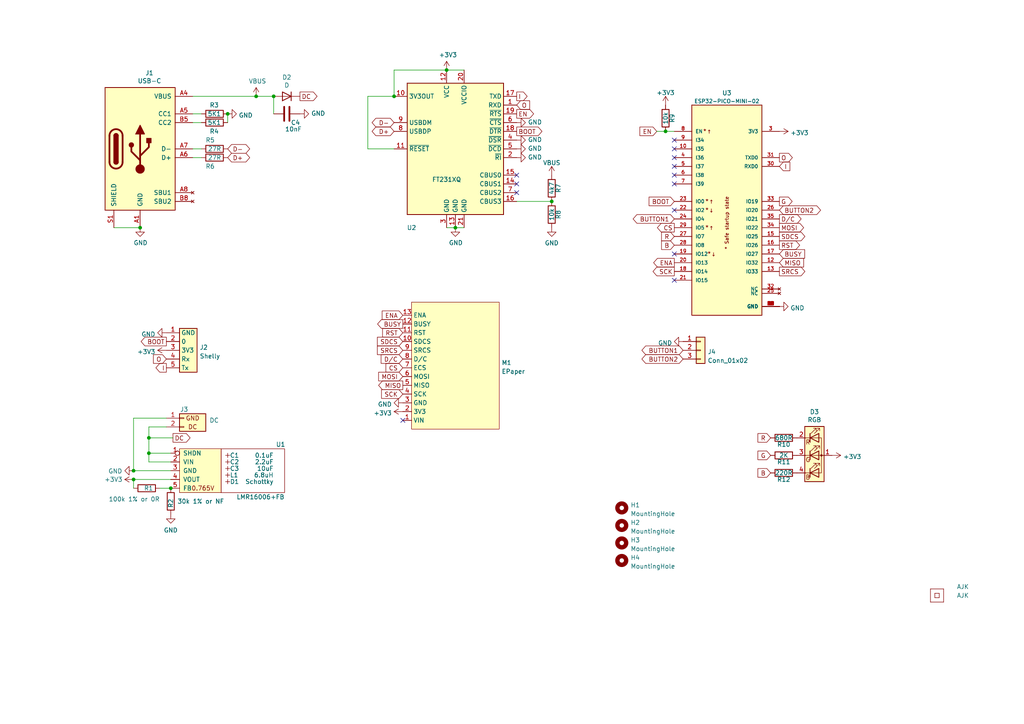
<source format=kicad_sch>
(kicad_sch (version 20211123) (generator eeschema)
  (paper "A4")
  (title_block (title "1.54\" epaper display board") (date "${DATE}") (rev "1") (company "Adrian Kennard / Andrews & Arnold Ltd") (comment 1 "@TheRealRevK") (comment 2 "www.me.uk"))
  (lib_symbols
    (symbol "Connector_Generic:Conn_01x03" (pin_names (offset 1.016) hide)
      (property "Reference" "J" (at 0 5.08 0))
      (property "Value" "Conn_01x03" (at 0 -5.08 0))
      (symbol "Conn_01x03_1_1"
        (rectangle (start -1.27 -2.413) (end 0 -2.667) (stroke (width 0.1524)))
        (rectangle (start -1.27 0.127) (end 0 -0.127) (stroke (width 0.1524)))
        (rectangle (start -1.27 2.667) (end 0 2.413) (stroke (width 0.1524)))
        (rectangle (start -1.27 3.81) (end 1.27 -3.81) (stroke (width 0.254)) (fill (type background)))
        (pin passive line (at -5.08 2.54 0) (length 3.81) (name "Pin_1") (number "1"))
        (pin passive line (at -5.08 0 0) (length 3.81) (name "Pin_2") (number "2"))
        (pin passive line (at -5.08 -2.54 0) (length 3.81) (name "Pin_3") (number "3"))
      )
    )
    (symbol "Device:C" (pin_numbers hide) (pin_names (offset 0.254))
      (property "Reference" "C" (at 0.635 2.54 0))
      (property "Value" "C" (at 0.635 -2.54 0))
      (symbol "C_0_1"
        (polyline (pts (xy -2.032 -0.762) (xy 2.032 -0.762)) (stroke (width 0.508)))
        (polyline (pts (xy -2.032 0.762) (xy 2.032 0.762)) (stroke (width 0.508)))
      )
      (symbol "C_1_1"
        (pin passive line (at 0 3.81 270) (length 2.794) (name "~") (number "1"))
        (pin passive line (at 0 -3.81 90) (length 2.794) (name "~") (number "2"))
      )
    )
    (symbol "Device:D" (pin_numbers hide) (pin_names (offset 1.016) hide)
      (property "Reference" "D" (at 0 2.54 0))
      (property "Value" "D" (at 0 -2.54 0))
      (symbol "D_0_1"
        (polyline (pts (xy -1.27 1.27) (xy -1.27 -1.27)) (stroke (width 0.254)))
        (polyline (pts (xy 1.27 0) (xy -1.27 0)))
        (polyline (pts (xy 1.27 1.27) (xy 1.27 -1.27) (xy -1.27 0) (xy 1.27 1.27)) (stroke (width 0.254)))
      )
      (symbol "D_1_1"
        (pin passive line (at -3.81 0 0) (length 2.54) (name "K") (number "1"))
        (pin passive line (at 3.81 0 180) (length 2.54) (name "A") (number "2"))
      )
    )
    (symbol "Device:LED_ARGB" (pin_names (offset 0) hide)
      (property "Reference" "D" (at 0 9.398 0))
      (property "Value" "LED_ARGB" (at 0 -8.89 0))
      (symbol "LED_ARGB_0_0"
        (text "B" (at -1.905 -6.35 0) (effects (font (size 1.27 1.27))))
        (text "G" (at -1.905 -1.27 0) (effects (font (size 1.27 1.27))))
        (text "R" (at -1.905 3.81 0) (effects (font (size 1.27 1.27))))
      )
      (symbol "LED_ARGB_0_1"
        (polyline (pts (xy -1.27 -5.08) (xy -2.54 -5.08)))
        (polyline (pts (xy -1.27 -5.08) (xy 1.27 -5.08)))
        (polyline (pts (xy -1.27 -3.81) (xy -1.27 -6.35)) (stroke (width 0.254)))
        (polyline (pts (xy -1.27 0) (xy -2.54 0)))
        (polyline (pts (xy -1.27 1.27) (xy -1.27 -1.27)) (stroke (width 0.254)))
        (polyline (pts (xy -1.27 5.08) (xy -2.54 5.08)))
        (polyline (pts (xy -1.27 5.08) (xy 1.27 5.08)))
        (polyline (pts (xy -1.27 6.35) (xy -1.27 3.81)) (stroke (width 0.254)))
        (polyline (pts (xy 1.27 0) (xy -1.27 0)))
        (polyline (pts (xy 1.27 0) (xy 2.54 0)))
        (polyline (pts (xy -1.27 1.27) (xy -1.27 -1.27) (xy -1.27 -1.27)))
        (polyline (pts (xy -1.27 6.35) (xy -1.27 3.81) (xy -1.27 3.81)))
        (polyline (pts (xy 1.27 -5.08) (xy 2.032 -5.08) (xy 2.032 5.08) (xy 1.27 5.08)))
        (polyline (pts (xy 1.27 -3.81) (xy 1.27 -6.35) (xy -1.27 -5.08) (xy 1.27 -3.81)) (stroke (width 0.254)))
        (polyline (pts (xy 1.27 1.27) (xy 1.27 -1.27) (xy -1.27 0) (xy 1.27 1.27)) (stroke (width 0.254)))
        (polyline (pts (xy 1.27 6.35) (xy 1.27 3.81) (xy -1.27 5.08) (xy 1.27 6.35)) (stroke (width 0.254)))
        (polyline (pts (xy -1.016 -3.81) (xy 0.508 -2.286) (xy -0.254 -2.286) (xy 0.508 -2.286) (xy 0.508 -3.048)))
        (polyline (pts (xy -1.016 1.27) (xy 0.508 2.794) (xy -0.254 2.794) (xy 0.508 2.794) (xy 0.508 2.032)))
        (polyline (pts (xy -1.016 6.35) (xy 0.508 7.874) (xy -0.254 7.874) (xy 0.508 7.874) (xy 0.508 7.112)))
        (polyline (pts (xy 0 -3.81) (xy 1.524 -2.286) (xy 0.762 -2.286) (xy 1.524 -2.286) (xy 1.524 -3.048)))
        (polyline (pts (xy 0 1.27) (xy 1.524 2.794) (xy 0.762 2.794) (xy 1.524 2.794) (xy 1.524 2.032)))
        (polyline (pts (xy 0 6.35) (xy 1.524 7.874) (xy 0.762 7.874) (xy 1.524 7.874) (xy 1.524 7.112)))
        (rectangle (start 1.27 -1.27) (end 1.27 1.27))
        (rectangle (start 1.27 1.27) (end 1.27 1.27))
        (rectangle (start 1.27 3.81) (end 1.27 6.35))
        (rectangle (start 1.27 6.35) (end 1.27 6.35))
        (circle (center 2.032 0) (radius 0.254) (fill (type outline)))
        (rectangle (start 2.794 8.382) (end -2.794 -7.62) (stroke (width 0.254)) (fill (type background)))
      )
      (symbol "LED_ARGB_1_1"
        (pin passive line (at 5.08 0 180) (length 2.54) (name "A") (number "1"))
        (pin passive line (at -5.08 5.08 0) (length 2.54) (name "RK") (number "2"))
        (pin passive line (at -5.08 0 0) (length 2.54) (name "GK") (number "3"))
        (pin passive line (at -5.08 -5.08 0) (length 2.54) (name "BK") (number "4"))
      )
    )
    (symbol "Device:R" (pin_numbers hide) (pin_names (offset 0))
      (property "Reference" "R" (at 2.032 0 90))
      (property "Value" "R" (at 0 0 90))
      (symbol "R_0_1"
        (rectangle (start -1.016 -2.54) (end 1.016 2.54) (stroke (width 0.254)))
      )
      (symbol "R_1_1"
        (pin passive line (at 0 3.81 270) (length 1.27) (name "~") (number "1"))
        (pin passive line (at 0 -3.81 90) (length 1.27) (name "~") (number "2"))
      )
    )
    (symbol "Mechanical:MountingHole" (pin_names (offset 1.016))
      (property "Reference" "H" (at 0 5.08 0))
      (property "Value" "MountingHole" (at 0 3.175 0))
      (symbol "MountingHole_0_1"
        (circle (center 0 0) (radius 1.27) (stroke (width 1.27)))
      )
    )
    (symbol "RevK:AJK" (pin_names (offset 1.016)) (in_bom no)
      (property "Value" "AJK" (at 0 0 0))
    )
    (symbol "RevK:EPaper"
      (property "Reference" "M" (at 24.13 1.27 0))
      (property "Value" "EPaper" (at 24.13 34.29 0))
      (symbol "EPaper_0_1"
        (rectangle (start 0 36.83) (end 25.4 0) (stroke (width 0.1524)) (fill (type background)))
      )
      (symbol "EPaper_1_1"
        (pin power_in line (at -2.54 2.54 0) (length 2.54) (name "VIN") (number "1"))
        (pin input line (at -2.54 25.4 0) (length 2.54) (name "SDCS") (number "10"))
        (pin input line (at -2.54 27.94 0) (length 2.54) (name "RST") (number "11"))
        (pin output line (at -2.54 30.48 0) (length 2.54) (name "BUSY") (number "12"))
        (pin input line (at -2.54 33.02 0) (length 2.54) (name "ENA") (number "13"))
        (pin power_in line (at -2.54 5.08 0) (length 2.54) (name "3V3") (number "2"))
        (pin power_in line (at -2.54 7.62 0) (length 2.54) (name "GND") (number "3"))
        (pin input line (at -2.54 10.16 0) (length 2.54) (name "SCK") (number "4"))
        (pin output line (at -2.54 12.7 0) (length 2.54) (name "MISO") (number "5"))
        (pin input line (at -2.54 15.24 0) (length 2.54) (name "MOSI") (number "6"))
        (pin input line (at -2.54 17.78 0) (length 2.54) (name "ECS") (number "7"))
        (pin input line (at -2.54 20.32 0) (length 2.54) (name "D/C") (number "8"))
        (pin input line (at -2.54 22.86 0) (length 2.54) (name "SRCS") (number "9"))
      )
    )
    (symbol "RevK:ESP32-PICO-MINI-02" (pin_names (offset 1.016))
      (property "Reference" "U" (at -10.16 -33.02 0))
      (property "Value" "ESP32-PICO-MINI-02" (at 0 27.94 0))
      (symbol "ESP32-PICO-MINI-02_0_0"
        (rectangle (start -10.16 -30.48) (end 10.16 30.48) (stroke (width 0.254)) (fill (type background)))
        (text "* Safe startup state" (at 0 -11.43 900) (effects (font (size 1 1)) (justify left)))
        (text "*↑" (at -6.985 22.86 0) (effects (font (size 1.27 1.27)) (justify left)))
        (text "*↑" (at -6.35 -5.08 0) (effects (font (size 1.27 1.27)) (justify left)))
        (text "*↑" (at -6.35 2.54 0) (effects (font (size 1.27 1.27)) (justify left)))
        (text "*↓" (at -6.35 0 0) (effects (font (size 1.27 1.27)) (justify left)))
        (text "*↓" (at -5.715 -12.7 0) (effects (font (size 1.27 1.27)) (justify left)))
        (pin power_in line (at 15.24 -27.94 180) (length 5.08) (name "GND") (number "1"))
        (pin input line (at -15.24 17.78 0) (length 5.08) (name "I35") (number "10"))
        (pin power_in line (at 15.24 -27.94 180) (length 5.08) (name "GND") (number "11"))
        (pin bidirectional line (at 15.24 -15.24 180) (length 5.08) (name "IO32") (number "12"))
        (pin bidirectional line (at 15.24 -17.78 180) (length 5.08) (name "IO33") (number "13"))
        (pin power_in line (at 15.24 -27.94 180) (length 5.08) (name "GND") (number "14"))
        (pin bidirectional line (at 15.24 -7.62 180) (length 5.08) (name "IO25") (number "15"))
        (pin bidirectional line (at 15.24 -10.16 180) (length 5.08) (name "IO26") (number "16"))
        (pin bidirectional line (at 15.24 -12.7 180) (length 5.08) (name "IO27") (number "17"))
        (pin bidirectional line (at -15.24 -17.78 0) (length 5.08) (name "IO14") (number "18"))
        (pin bidirectional line (at -15.24 -12.7 0) (length 5.08) (name "IO12") (number "19"))
        (pin power_in line (at 15.24 -27.94 180) (length 5.08) (name "GND") (number "2"))
        (pin bidirectional line (at -15.24 -15.24 0) (length 5.08) (name "IO13") (number "20"))
        (pin bidirectional line (at -15.24 -20.32 0) (length 5.08) (name "IO15") (number "21"))
        (pin bidirectional line (at -15.24 0 0) (length 5.08) (name "IO2") (number "22"))
        (pin bidirectional line (at -15.24 2.54 0) (length 5.08) (name "IO0") (number "23"))
        (pin bidirectional line (at -15.24 -2.54 0) (length 5.08) (name "IO4") (number "24"))
        (pin no_connect line (at 15.24 -24.13 180) (length 5.08) (name "NC") (number "25"))
        (pin bidirectional line (at 15.24 0 180) (length 5.08) (name "IO20") (number "26"))
        (pin bidirectional line (at -15.24 -7.62 0) (length 5.08) (name "IO7") (number "27"))
        (pin bidirectional line (at -15.24 -10.16 0) (length 5.08) (name "IO8") (number "28"))
        (pin bidirectional line (at -15.24 -5.08 0) (length 5.08) (name "IO5") (number "29"))
        (pin power_in line (at 15.24 22.86 180) (length 5.08) (name "3V3") (number "3"))
        (pin bidirectional line (at 15.24 12.7 180) (length 5.08) (name "RXD0") (number "30"))
        (pin bidirectional line (at 15.24 15.24 180) (length 5.08) (name "TXD0") (number "31"))
        (pin no_connect line (at 15.24 -22.86 180) (length 5.08) (name "NC") (number "32"))
        (pin bidirectional line (at 15.24 2.54 180) (length 5.08) (name "IO19") (number "33"))
        (pin bidirectional line (at 15.24 -5.08 180) (length 5.08) (name "IO22") (number "34"))
        (pin bidirectional line (at 15.24 -2.54 180) (length 5.08) (name "IO21") (number "35"))
        (pin power_in line (at 15.24 -27.94 180) (length 5.08) (name "GND") (number "36"))
        (pin power_in line (at 15.24 -27.94 180) (length 5.08) (name "GND") (number "37"))
        (pin power_in line (at 15.24 -27.94 180) (length 5.08) (name "GND") (number "38"))
        (pin power_in line (at 15.24 -27.94 180) (length 5.08) (name "GND") (number "39"))
        (pin input line (at -15.24 15.24 0) (length 5.08) (name "I36") (number "4"))
        (pin power_in line (at 15.24 -27.94 180) (length 5.08) (name "GND") (number "40"))
        (pin power_in line (at 15.24 -27.94 180) (length 5.08) (name "GND") (number "41"))
        (pin power_in line (at 15.24 -27.94 180) (length 5.08) (name "GND") (number "42"))
        (pin power_in line (at 15.24 -27.94 180) (length 5.08) (name "GND") (number "43"))
        (pin power_in line (at 15.24 -27.94 180) (length 5.08) (name "GND") (number "44"))
        (pin power_in line (at 15.24 -27.94 180) (length 5.08) (name "GND") (number "45"))
        (pin power_in line (at 15.24 -27.94 180) (length 5.08) (name "GND") (number "46"))
        (pin power_in line (at 15.24 -27.94 180) (length 5.08) (name "GND") (number "47"))
        (pin power_in line (at 15.24 -27.94 180) (length 5.08) (name "GND") (number "48"))
        (pin power_in line (at 15.24 -27.94 180) (length 5.08) (name "GND") (number "49"))
        (pin input line (at -15.24 12.7 0) (length 5.08) (name "I37") (number "5"))
        (pin power_in line (at 15.24 -27.94 180) (length 5.08) (name "GND") (number "50"))
        (pin power_in line (at 15.24 -27.94 180) (length 5.08) (name "GND") (number "51"))
        (pin power_in line (at 15.24 -27.94 180) (length 5.08) (name "GND") (number "52"))
        (pin power_in line (at 15.24 -27.94 180) (length 5.08) (name "GND") (number "53"))
        (pin input line (at -15.24 10.16 0) (length 5.08) (name "I38") (number "6"))
        (pin input line (at -15.24 7.62 0) (length 5.08) (name "I39") (number "7"))
        (pin input line (at -15.24 22.86 0) (length 5.08) (name "EN") (number "8"))
        (pin input line (at -15.24 20.32 0) (length 5.08) (name "I34") (number "9"))
      )
    )
    (symbol "RevK:FT231XQ"
      (property "Reference" "U" (at -13.97 20.32 0))
      (property "Value" "FT231XQ" (at 6.35 20.32 0))
      (symbol "FT231XQ_0_1"
        (rectangle (start -13.97 19.05) (end 13.97 -19.05) (stroke (width 0.254)) (fill (type background)))
      )
      (symbol "FT231XQ_1_1"
        (pin input line (at 17.78 12.7 180) (length 3.81) (name "RXD") (number "1"))
        (pin passive line (at -17.78 15.24 0) (length 3.81) (name "3V3OUT") (number "10"))
        (pin input line (at -17.78 0 0) (length 3.81) (name "~{RESET}") (number "11"))
        (pin power_in line (at -2.54 22.86 270) (length 3.81) (name "VCC") (number "12"))
        (pin power_in line (at 0 -22.86 90) (length 3.81) (name "GND") (number "13"))
        (pin bidirectional line (at 17.78 -10.16 180) (length 3.81) (name "CBUS1") (number "14"))
        (pin bidirectional line (at 17.78 -7.62 180) (length 3.81) (name "CBUS0") (number "15"))
        (pin bidirectional line (at 17.78 -15.24 180) (length 3.81) (name "CBUS3") (number "16"))
        (pin output line (at 17.78 15.24 180) (length 3.81) (name "TXD") (number "17"))
        (pin output line (at 17.78 5.08 180) (length 3.81) (name "~{DTR}") (number "18"))
        (pin output line (at 17.78 10.16 180) (length 3.81) (name "~{RTS}") (number "19"))
        (pin input line (at 17.78 -2.54 180) (length 3.81) (name "~{RI}") (number "2"))
        (pin power_in line (at 2.54 22.86 270) (length 3.81) (name "VCCIO") (number "20"))
        (pin power_in line (at 2.54 -22.86 90) (length 3.81) (name "GND") (number "21"))
        (pin power_in line (at -2.54 -22.86 90) (length 3.81) (name "GND") (number "3"))
        (pin input line (at 17.78 2.54 180) (length 3.81) (name "~{DSR}") (number "4"))
        (pin input line (at 17.78 0 180) (length 3.81) (name "~{DCD}") (number "5"))
        (pin input line (at 17.78 7.62 180) (length 3.81) (name "~{CTS}") (number "6"))
        (pin bidirectional line (at 17.78 -12.7 180) (length 3.81) (name "CBUS2") (number "7"))
        (pin bidirectional line (at -17.78 5.08 0) (length 3.81) (name "USBDP") (number "8"))
        (pin bidirectional line (at -17.78 7.62 0) (length 3.81) (name "USBDM") (number "9"))
      )
    )
    (symbol "RevK:Hidden" (pin_names (offset 1.016))
      (property "Reference" "Z" (at 0.635 0 0))
      (property "Value" "Hidden" (at 4.445 0 0))
      (symbol "Hidden_0_1"
        (polyline (pts (xy -0.635 0) (xy 0.635 0)) (stroke (width 0.1524)))
        (polyline (pts (xy 0 0.635) (xy 0 -0.635)) (stroke (width 0.1524)))
      )
      (symbol "Hidden_1_1"
        (pin no_connect non_logic (at 0 -2.54 90) (length 2.54) hide (name "~") (number "~"))
      )
    )
    (symbol "RevK:LMR16006+FB" (pin_names (offset 1.016))
      (property "Reference" "U" (at 11.43 2.54 0))
      (property "Value" "LMR16006+FB" (at 7.62 -12.7 0))
      (symbol "LMR16006+FB_0_0"
        (rectangle (start 2.54 1.27) (end 14.605 -11.43) (fill (type background)))
        (text "0.765V" (at 12.7 -10.16 0) (effects (font (size 1.27 1.27)) (justify right)))
      )
      (symbol "LMR16006+FB_0_1"
        (rectangle (start 14.605 1.27) (end 33.02 -11.43))
      )
      (symbol "LMR16006+FB_1_1"
        (pin input inverted (at 0 0 0) (length 2.54) (name "SHDN") (number "1"))
        (pin power_in line (at 0 -2.54 0) (length 2.54) (name "VIN") (number "2"))
        (pin power_in line (at 0 -5.08 0) (length 2.54) (name "GND") (number "3"))
        (pin power_out line (at 0 -7.62 0) (length 2.54) (name "VOUT") (number "4"))
        (pin passive line (at 0 -10.16 0) (length 2.54) (name "FB") (number "5"))
      )
    )
    (symbol "RevK:PowerIn" (pin_names (offset 1.016) hide)
      (property "Reference" "J" (at 0 2.54 0))
      (property "Value" "PowerIn" (at 2.54 -5.08 0))
      (symbol "PowerIn_0_0"
        (text "DC" (at 2.54 -2.54 0) (effects (font (size 1.27 1.27))))
        (text "GND" (at 2.54 0 0) (effects (font (size 1.27 1.27))))
      )
      (symbol "PowerIn_1_1"
        (rectangle (start -1.27 -2.413) (end 0 -2.667) (stroke (width 0.1524)))
        (rectangle (start -1.27 0.127) (end 0 -0.127) (stroke (width 0.1524)))
        (rectangle (start -1.27 1.27) (end 6.35 -3.81) (stroke (width 0.254)) (fill (type background)))
        (pin power_in line (at -5.08 0 0) (length 3.81) (name "GND") (number "1"))
        (pin power_out line (at -5.08 -2.54 0) (length 3.81) (name "DC") (number "2"))
      )
    )
    (symbol "RevK:QR" (pin_names (offset 1.016)) (in_bom no)
      (symbol "QR_0_1"
        (rectangle (start -1.905 -1.905) (end -1.905 1.905))
        (rectangle (start -1.905 1.905) (end 1.905 1.905))
        (rectangle (start -0.635 -0.635) (end -0.635 0.635))
        (rectangle (start -0.635 0.635) (end 0.635 0.635))
        (rectangle (start 0.635 -0.635) (end -0.635 -0.635))
        (rectangle (start 0.635 0.635) (end 0.635 -0.635))
        (rectangle (start 1.905 -1.905) (end -1.905 -1.905))
        (rectangle (start 1.905 1.905) (end 1.905 -1.905))
      )
    )
    (symbol "RevK:Shelly"
      (property "Reference" "J" (at 0 -8.89 0))
      (property "Value" "Shelly" (at 0 8.89 0))
      (symbol "Shelly_1_1"
        (rectangle (start -1.27 6.35) (end 3.81 -6.35) (stroke (width 0.254)) (fill (type background)))
        (pin power_in line (at -5.08 5.08 0) (length 3.81) (name "GND") (number "1"))
        (pin output line (at -5.08 2.54 0) (length 3.81) (name "0") (number "2"))
        (pin power_in line (at -5.08 0 0) (length 3.81) (name "3V3") (number "3"))
        (pin output line (at -5.08 -2.54 0) (length 3.81) (name "Rx") (number "4"))
        (pin input line (at -5.08 -5.08 0) (length 3.81) (name "Tx") (number "5"))
      )
    )
    (symbol "RevK:USB-C" (pin_names (offset 1.016))
      (property "Reference" "J" (at -10.16 19.05 0))
      (property "Value" "USB-C" (at -7.62 15.24 0))
      (symbol "USB-C_0_1"
        (rectangle (start -10.16 17.78) (end 10.16 -17.78) (stroke (width 0.254)) (fill (type background)))
        (arc (start -8.89 -3.81) (mid -6.985 -5.715) (end -5.08 -3.81) (stroke (width 0.508)))
        (arc (start -7.62 -3.81) (mid -6.985 -4.445) (end -6.35 -3.81) (stroke (width 0.254)))
        (arc (start -7.62 -3.81) (mid -6.985 -4.445) (end -6.35 -3.81) (stroke (width 0.254)) (fill (type outline)))
        (rectangle (start -7.62 -3.81) (end -6.35 3.81) (stroke (width 0.254)) (fill (type outline)))
        (arc (start -6.35 3.81) (mid -6.985 4.445) (end -7.62 3.81) (stroke (width 0.254)))
        (arc (start -6.35 3.81) (mid -6.985 4.445) (end -7.62 3.81) (stroke (width 0.254)) (fill (type outline)))
        (arc (start -5.08 3.81) (mid -6.985 5.715) (end -8.89 3.81) (stroke (width 0.508)))
        (circle (center -2.54 1.143) (radius 0.635) (stroke (width 0.254)) (fill (type outline)))
        (circle (center 0 -5.842) (radius 1.27) (fill (type outline)))
        (polyline (pts (xy -8.89 -3.81) (xy -8.89 3.81)) (stroke (width 0.508)))
        (polyline (pts (xy -5.08 3.81) (xy -5.08 -3.81)) (stroke (width 0.508)))
        (polyline (pts (xy 0 -5.842) (xy 0 4.318)) (stroke (width 0.508)))
        (polyline (pts (xy 0 -3.302) (xy -2.54 -0.762) (xy -2.54 0.508)) (stroke (width 0.508)))
        (polyline (pts (xy 0 -2.032) (xy 2.54 0.508) (xy 2.54 1.778)) (stroke (width 0.508)))
        (polyline (pts (xy -1.27 4.318) (xy 0 6.858) (xy 1.27 4.318) (xy -1.27 4.318)) (stroke (width 0.254)) (fill (type outline)))
        (rectangle (start 1.905 1.778) (end 3.175 3.048) (stroke (width 0.254)) (fill (type outline)))
      )
      (symbol "USB-C_1_1"
        (pin power_out line (at 0 -22.86 90) (length 5.08) (name "GND") (number "A1"))
        (pin passive line (at 0 -22.86 90) (length 5.08) hide (name "GND") (number "A12"))
        (pin power_out line (at 15.24 15.24 180) (length 5.08) (name "VBUS") (number "A4"))
        (pin bidirectional line (at 15.24 10.16 180) (length 5.08) (name "CC1") (number "A5"))
        (pin bidirectional line (at 15.24 -2.54 180) (length 5.08) (name "D+") (number "A6"))
        (pin bidirectional line (at 15.24 0 180) (length 5.08) (name "D-") (number "A7"))
        (pin no_connect line (at 15.24 -12.7 180) (length 5.08) (name "SBU1") (number "A8"))
        (pin passive line (at 15.24 15.24 180) (length 5.08) hide (name "VBUS") (number "A9"))
        (pin passive line (at 0 -22.86 90) (length 5.08) hide (name "GND") (number "B1"))
        (pin passive line (at 0 -22.86 90) (length 5.08) hide (name "GND") (number "B12"))
        (pin passive line (at 15.24 15.24 180) (length 5.08) hide (name "VBUS") (number "B4"))
        (pin bidirectional line (at 15.24 7.62 180) (length 5.08) (name "CC2") (number "B5"))
        (pin bidirectional line (at 15.24 -2.54 180) (length 5.08) hide (name "D+") (number "B6"))
        (pin bidirectional line (at 15.24 0 180) (length 5.08) hide (name "D-") (number "B7"))
        (pin no_connect line (at 15.24 -15.24 180) (length 5.08) (name "SBU2") (number "B8"))
        (pin passive line (at 15.24 15.24 180) (length 5.08) hide (name "VBUS") (number "B9"))
        (pin passive line (at -7.62 -22.86 90) (length 5.08) (name "SHIELD") (number "S1"))
      )
    )
    (symbol "power:+3.3V" (power) (pin_names (offset 0))
      (property "Value" "+3.3V" (at 0 3.556 0))
      (symbol "+3.3V_0_1"
        (polyline (pts (xy -0.762 1.27) (xy 0 2.54)))
        (polyline (pts (xy 0 0) (xy 0 2.54)))
        (polyline (pts (xy 0 2.54) (xy 0.762 1.27)))
      )
      (symbol "+3.3V_1_1"
        (pin power_in line (at 0 0 90) (length 0) hide (name "+3V3") (number "1"))
      )
    )
    (symbol "power:+3V3" (power) (pin_names (offset 0))
      (property "Value" "+3V3" (at 0 3.556 0))
      (symbol "+3V3_0_1"
        (polyline (pts (xy -0.762 1.27) (xy 0 2.54)))
        (polyline (pts (xy 0 0) (xy 0 2.54)))
        (polyline (pts (xy 0 2.54) (xy 0.762 1.27)))
      )
      (symbol "+3V3_1_1"
        (pin power_in line (at 0 0 90) (length 0) hide (name "+3V3") (number "1"))
      )
    )
    (symbol "power:GND" (power) (pin_names (offset 0))
      (property "Value" "GND" (at 0 -3.81 0))
      (symbol "GND_0_1"
        (polyline (pts (xy 0 0) (xy 0 -1.27) (xy 1.27 -1.27) (xy 0 -2.54) (xy -1.27 -1.27) (xy 0 -1.27)))
      )
      (symbol "GND_1_1"
        (pin power_in line (at 0 0 270) (length 0) hide (name "GND") (number "1"))
      )
    )
    (symbol "power:VBUS" (power) (pin_names (offset 0))
      (property "Value" "VBUS" (at 0 3.81 0))
      (symbol "VBUS_0_1"
        (polyline (pts (xy -0.762 1.27) (xy 0 2.54)))
        (polyline (pts (xy 0 0) (xy 0 2.54)))
        (polyline (pts (xy 0 2.54) (xy 0.762 1.27)))
      )
      (symbol "VBUS_1_1"
        (pin power_in line (at 0 0 90) (length 0) hide (name "VBUS") (number "1"))
      )
    )
  )
  (junction (at 160.02 58.42))
  (junction (at 129.54 20.32))
  (junction (at 43.18 131.445))
  (junction (at 193.04 38.1))
  (junction (at 114.3 27.94))
  (junction (at 74.295 27.94))
  (junction (at 132.08 66.04))
  (junction (at 43.18 127))
  (junction (at 49.53 141.605))
  (junction (at 38.735 139.065))
  (junction (at 66.04 33.02))
  (junction (at 40.64 66.04))
  (junction (at 79.375 27.94))
  (junction (at 38.735 136.525))
  (no_connect (at 195.58 81.28))
  (no_connect (at 116.84 121.92))
  (no_connect (at 149.86 55.88))
  (no_connect (at 195.58 60.96))
  (no_connect (at 195.58 73.66))
  (no_connect (at 149.86 50.8))
  (no_connect (at 149.86 53.34))
  (no_connect (at 195.58 48.26))
  (no_connect (at 195.58 45.72))
  (no_connect (at 195.58 43.18))
  (no_connect (at 195.58 53.34))
  (no_connect (at 195.58 50.8))
  (no_connect (at 195.58 40.64))
  (wire (pts (xy 55.88 33.02) (xy 58.42 33.02)))
  (wire (pts (xy 55.88 27.94) (xy 74.295 27.94)))
  (wire (pts (xy 66.04 33.02) (xy 66.04 35.56)))
  (wire (pts (xy 38.735 136.525) (xy 49.53 136.525)))
  (wire (pts (xy 106.68 27.94) (xy 106.68 43.18)))
  (wire (pts (xy 79.375 27.94) (xy 79.375 33.02)))
  (wire (pts (xy 55.88 45.72) (xy 58.42 45.72)))
  (wire (pts (xy 193.04 38.1) (xy 195.58 38.1)))
  (wire (pts (xy 38.735 139.065) (xy 49.53 139.065)))
  (wire (pts (xy 43.18 127) (xy 50.165 127)))
  (wire (pts (xy 114.3 27.94) (xy 106.68 27.94)))
  (wire (pts (xy 33.02 66.04) (xy 40.64 66.04)))
  (wire (pts (xy 46.355 141.605) (xy 49.53 141.605)))
  (wire (pts (xy 106.68 43.18) (xy 114.3 43.18)))
  (wire (pts (xy 43.18 123.825) (xy 43.18 127)))
  (wire (pts (xy 48.26 123.825) (xy 43.18 123.825)))
  (wire (pts (xy 55.88 35.56) (xy 58.42 35.56)))
  (wire (pts (xy 74.295 27.94) (xy 79.375 27.94)))
  (wire (pts (xy 43.18 127) (xy 43.18 131.445)))
  (wire (pts (xy 114.3 20.32) (xy 129.54 20.32)))
  (wire (pts (xy 55.88 43.18) (xy 58.42 43.18)))
  (wire (pts (xy 114.3 27.94) (xy 114.3 20.32)))
  (wire (pts (xy 43.18 133.985) (xy 49.53 133.985)))
  (wire (pts (xy 38.735 121.285) (xy 48.26 121.285)))
  (wire (pts (xy 129.54 20.32) (xy 134.62 20.32)))
  (wire (pts (xy 43.18 131.445) (xy 49.53 131.445)))
  (wire (pts (xy 38.735 136.525) (xy 38.735 121.285)))
  (wire (pts (xy 38.735 139.065) (xy 38.735 141.605)))
  (wire (pts (xy 149.86 58.42) (xy 160.02 58.42)))
  (wire (pts (xy 129.54 66.04) (xy 132.08 66.04)))
  (wire (pts (xy 190.5 38.1) (xy 193.04 38.1)))
  (wire (pts (xy 43.18 131.445) (xy 43.18 133.985)))
  (wire (pts (xy 132.08 66.04) (xy 134.62 66.04)))
  (global_label "B" (shape input) (at 195.58 71.12 180) (property "Intersheet References" "${INTERSHEET_REFS}" (effects hide)))
  (global_label "D+" (shape bidirectional) (at 114.3 38.1 180) (property "Intersheet References" "${INTERSHEET_REFS}" (effects hide)))
  (global_label "BUTTON2" (shape bidirectional) (at 198.12 104.14 180) (property "Intersheet References" "${INTERSHEET_REFS}" (effects hide)))
  (global_label "BOOT" (shape input) (at 195.58 58.42 180) (property "Intersheet References" "${INTERSHEET_REFS}" (effects hide)))
  (global_label "MISO" (shape output) (at 116.84 111.76 180) (property "Intersheet References" "${INTERSHEET_REFS}" (effects hide)))
  (global_label "I" (shape output) (at 48.26 106.68 180) (property "Intersheet References" "${INTERSHEET_REFS}" (effects hide)))
  (global_label "SDCS" (shape input) (at 116.84 99.06 180) (property "Intersheet References" "${INTERSHEET_REFS}" (effects hide)))
  (global_label "I" (shape input) (at 226.06 48.26 0) (property "Intersheet References" "${INTERSHEET_REFS}" (effects hide)))
  (global_label "SCK" (shape output) (at 195.58 78.74 180) (property "Intersheet References" "${INTERSHEET_REFS}" (effects hide)))
  (global_label "SDCS" (shape output) (at 226.06 68.58 0) (property "Intersheet References" "${INTERSHEET_REFS}" (effects hide)))
  (global_label "MOSI" (shape input) (at 116.84 109.22 180) (property "Intersheet References" "${INTERSHEET_REFS}" (effects hide)))
  (global_label "D-" (shape bidirectional) (at 66.04 43.18 0) (property "Intersheet References" "${INTERSHEET_REFS}" (effects hide)))
  (global_label "D{slash}C" (shape output) (at 226.06 63.5 0) (property "Intersheet References" "${INTERSHEET_REFS}" (effects hide)))
  (global_label "B" (shape input) (at 223.52 137.16 180) (property "Intersheet References" "${INTERSHEET_REFS}" (effects hide)))
  (global_label "EN" (shape output) (at 149.86 33.02 0) (property "Intersheet References" "${INTERSHEET_REFS}" (effects hide)))
  (global_label "G" (shape input) (at 223.52 132.08 180) (property "Intersheet References" "${INTERSHEET_REFS}" (effects hide)))
  (global_label "BUSY" (shape input) (at 226.06 73.66 0) (property "Intersheet References" "${INTERSHEET_REFS}" (effects hide)))
  (global_label "BUTTON1" (shape bidirectional) (at 198.12 101.6 180) (property "Intersheet References" "${INTERSHEET_REFS}" (effects hide)))
  (global_label "CS" (shape input) (at 116.84 106.68 180) (property "Intersheet References" "${INTERSHEET_REFS}" (effects hide)))
  (global_label "DC" (shape output) (at 86.995 27.94 0) (property "Intersheet References" "${INTERSHEET_REFS}" (effects hide)))
  (global_label "BUTTON2" (shape bidirectional) (at 226.06 60.96 0) (property "Intersheet References" "${INTERSHEET_REFS}" (effects hide)))
  (global_label "SRCS" (shape output) (at 226.06 78.74 0) (property "Intersheet References" "${INTERSHEET_REFS}" (effects hide)))
  (global_label "BUTTON1" (shape bidirectional) (at 195.58 63.5 180) (property "Intersheet References" "${INTERSHEET_REFS}" (effects hide)))
  (global_label "DC" (shape output) (at 50.165 127 0) (property "Intersheet References" "${INTERSHEET_REFS}" (effects hide)))
  (global_label "CS" (shape output) (at 195.58 66.04 180) (property "Intersheet References" "${INTERSHEET_REFS}" (effects hide)))
  (global_label "I" (shape output) (at 149.86 27.94 0) (property "Intersheet References" "${INTERSHEET_REFS}" (effects hide)))
  (global_label "BOOT" (shape output) (at 149.86 38.1 0) (property "Intersheet References" "${INTERSHEET_REFS}" (effects hide)))
  (global_label "ENA" (shape input) (at 116.84 91.44 180) (property "Intersheet References" "${INTERSHEET_REFS}" (effects hide)))
  (global_label "SCK" (shape input) (at 116.84 114.3 180) (property "Intersheet References" "${INTERSHEET_REFS}" (effects hide)))
  (global_label "D{slash}C" (shape input) (at 116.84 104.14 180) (property "Intersheet References" "${INTERSHEET_REFS}" (effects hide)))
  (global_label "BOOT" (shape output) (at 48.26 99.06 180) (property "Intersheet References" "${INTERSHEET_REFS}" (effects hide)))
  (global_label "D-" (shape bidirectional) (at 114.3 35.56 180) (property "Intersheet References" "${INTERSHEET_REFS}" (effects hide)))
  (global_label "R" (shape input) (at 195.58 68.58 180) (property "Intersheet References" "${INTERSHEET_REFS}" (effects hide)))
  (global_label "G" (shape output) (at 226.06 58.42 0) (property "Intersheet References" "${INTERSHEET_REFS}" (effects hide)))
  (global_label "BUSY" (shape output) (at 116.84 93.98 180) (property "Intersheet References" "${INTERSHEET_REFS}" (effects hide)))
  (global_label "EN" (shape input) (at 190.5 38.1 180) (property "Intersheet References" "${INTERSHEET_REFS}" (effects hide)))
  (global_label "R" (shape input) (at 223.52 127 180) (property "Intersheet References" "${INTERSHEET_REFS}" (effects hide)))
  (global_label "MOSI" (shape output) (at 226.06 66.04 0) (property "Intersheet References" "${INTERSHEET_REFS}" (effects hide)))
  (global_label "RST" (shape input) (at 116.84 96.52 180) (property "Intersheet References" "${INTERSHEET_REFS}" (effects hide)))
  (global_label "RST" (shape output) (at 226.06 71.12 0) (property "Intersheet References" "${INTERSHEET_REFS}" (effects hide)))
  (global_label "ENA" (shape output) (at 195.58 76.2 180) (property "Intersheet References" "${INTERSHEET_REFS}" (effects hide)))
  (global_label "O" (shape input) (at 149.86 30.48 0) (property "Intersheet References" "${INTERSHEET_REFS}" (effects hide)))
  (global_label "SRCS" (shape input) (at 116.84 101.6 180) (property "Intersheet References" "${INTERSHEET_REFS}" (effects hide)))
  (global_label "MISO" (shape input) (at 226.06 76.2 0) (property "Intersheet References" "${INTERSHEET_REFS}" (effects hide)))
  (global_label "D+" (shape bidirectional) (at 66.04 45.72 0) (property "Intersheet References" "${INTERSHEET_REFS}" (effects hide)))
  (global_label "O" (shape input) (at 48.26 104.14 180) (property "Intersheet References" "${INTERSHEET_REFS}" (effects hide)))
  (global_label "O" (shape output) (at 226.06 45.72 0) (property "Intersheet References" "${INTERSHEET_REFS}" (effects hide)))
  (symbol (lib_id "RevK:USB-C") (at 40.64 43.18 0) (unit 1)
    (property "Reference" "J1" (at 43.3578 21.1582 0))
    (property "Value" "USB-C" (at 43.3578 23.4696 0))
    (property "Footprint" "RevK:USC16-TR-Round" (effects hide))
    (property "Datasheet" "https://www.usb.org/sites/default/files/documents/usb_type-c.zip" (effects hide))
  )
  (symbol (lib_id "power:GND") (at 40.64 66.04 0) (unit 1)
    (property "Reference" "#PWR03" (effects hide))
    (property "Value" "GND" (at 40.767 70.4342 0))
  )
  (symbol (lib_id "power:+3V3") (at 129.54 20.32 0) (unit 1)
    (property "Reference" "#PWR012" (effects hide))
    (property "Value" "+3V3" (at 129.921 15.9258 0))
  )
  (symbol (lib_id "Device:R") (at 62.23 35.56 90) (unit 1)
    (property "Reference" "R4" (at 63.5 38.1 90) (effects (justify left)))
    (property "Value" "5K1" (at 64.135 35.56 90) (effects (justify left)))
    (property "Footprint" "RevK:R_0603" (effects hide))
  )
  (symbol (lib_id "Device:R") (at 62.23 33.02 90) (unit 1)
    (property "Reference" "R3" (at 63.5 30.48 90) (effects (justify left)))
    (property "Value" "5K1" (at 64.135 33.02 90) (effects (justify left)))
    (property "Footprint" "RevK:R_0603" (effects hide))
  )
  (symbol (lib_id "RevK:AJK") (at 276.86 172.72 0) (unit 1) (in_bom no)
    (property "Reference" "Logo2" (effects hide))
    (property "Value" "AJK" (at 277.495 172.72 0) (effects (justify left)))
    (property "Footprint" "RevK:AJK" (effects hide))
    (property "Note" "Non part, PCB printed" (effects hide))
  )
  (symbol (lib_id "RevK:FT231XQ") (at 132.08 43.18 0) (unit 1)
    (property "Reference" "U2" (at 119.38 66.04 0))
    (property "Value" "FT231XQ" (at 129.54 52.07 0))
    (property "Footprint" "RevK:QFN-20-1EP_4x4mm_P0.5mm_EP2.5x2.5mm" (effects hide))
    (property "Datasheet" "https://www.ftdichip.com/Support/Documents/DataSheets/ICs/DS_FT231X.pdf" (effects hide))
  )
  (symbol (lib_id "power:GND") (at 149.86 35.56 90) (unit 1)
    (property "Reference" "#PWR014" (effects hide))
    (property "Value" "GND" (at 153.1112 35.433 90) (effects (justify right)))
  )
  (symbol (lib_id "power:GND") (at 149.86 40.64 90) (unit 1)
    (property "Reference" "#PWR015" (effects hide))
    (property "Value" "GND" (at 153.1112 40.513 90) (effects (justify right)))
  )
  (symbol (lib_id "power:GND") (at 149.86 43.18 90) (unit 1)
    (property "Reference" "#PWR016" (effects hide))
    (property "Value" "GND" (at 153.1112 43.053 90) (effects (justify right)))
  )
  (symbol (lib_id "power:GND") (at 149.86 45.72 90) (unit 1)
    (property "Reference" "#PWR017" (effects hide))
    (property "Value" "GND" (at 153.1112 45.593 90) (effects (justify right)))
  )
  (symbol (lib_id "power:GND") (at 132.08 66.04 0) (unit 1)
    (property "Reference" "#PWR013" (effects hide))
    (property "Value" "GND" (at 132.207 70.4342 0))
  )
  (symbol (lib_id "Device:R") (at 227.33 137.16 270) (unit 1)
    (property "Reference" "R12" (at 227.33 139.065 90))
    (property "Value" "220R" (at 227.33 137.16 90))
    (property "Footprint" "RevK:R_0603" (effects hide))
  )
  (symbol (lib_id "power:+3.3V") (at 241.3 132.08 270) (unit 1)
    (property "Reference" "#PWR024" (effects hide))
    (property "Value" "+3.3V" (at 244.5512 132.461 90) (effects (justify left)))
  )
  (symbol (lib_id "Device:LED_ARGB") (at 236.22 132.08 0) (unit 1)
    (property "Reference" "D3" (at 236.22 119.4562 0))
    (property "Value" "RGB" (at 236.22 121.7676 0))
    (property "Footprint" "RevK:LED-RGB-1.6x1.6" (effects hide))
  )
  (symbol (lib_id "Device:R") (at 227.33 127 270) (unit 1)
    (property "Reference" "R10" (at 227.33 128.905 90))
    (property "Value" "680R" (at 227.33 127 90))
    (property "Footprint" "RevK:R_0603" (effects hide))
  )
  (symbol (lib_id "Device:R") (at 227.33 132.08 270) (unit 1)
    (property "Reference" "R11" (at 227.33 133.985 90))
    (property "Value" "2K" (at 227.33 132.08 90))
    (property "Footprint" "RevK:R_0603" (effects hide))
  )
  (symbol (lib_id "RevK:Hidden") (at 66.04 132.08 0) (unit 1)
    (property "Reference" "C1" (at 66.675 132.08 0) (effects (justify left)))
    (property "Value" "0.1uF" (at 79.375 132.08 0) (effects (justify right)))
    (property "Footprint" "RevK:Hidden" (effects hide))
    (property "Note" "X7R or X5R 0603" (effects hide))
  )
  (symbol (lib_id "RevK:Hidden") (at 66.04 133.985 0) (unit 1)
    (property "Reference" "C2" (at 66.675 133.985 0) (effects (justify left)))
    (property "Value" "2.2uF" (at 79.375 133.985 0) (effects (justify right)))
    (property "Footprint" "RevK:Hidden" (effects hide))
    (property "Note" "0603 or 0805" (effects hide))
  )
  (symbol (lib_id "RevK:Hidden") (at 66.04 135.89 0) (unit 1)
    (property "Reference" "C3" (at 66.675 135.89 0) (effects (justify left)))
    (property "Value" "10uF" (at 79.375 135.89 0) (effects (justify right)))
    (property "Footprint" "RevK:Hidden" (effects hide))
    (property "Note" "0603 or 0805" (effects hide))
  )
  (symbol (lib_id "RevK:Hidden") (at 66.04 137.795 0) (unit 1)
    (property "Reference" "L1" (at 66.675 137.795 0) (effects (justify left)))
    (property "Value" "6.8uH" (at 79.375 137.795 0) (effects (justify right)))
    (property "Footprint" "RevK:Hidden" (effects hide))
    (property "Datasheet" "https://www.mouser.co.uk/datasheet/2/987/Laird_Performance_TYA4020_series__Rev_A_-1877538.pdf" (effects hide))
    (property "Manufacturer" "Laird" (effects hide))
    (property "Part No" "TYA4020" (effects hide))
  )
  (symbol (lib_id "RevK:Hidden") (at 66.04 139.7 0) (unit 1)
    (property "Reference" "D1" (at 66.675 139.7 0) (effects (justify left)))
    (property "Value" "Schottky" (at 79.375 139.7 0) (effects (justify right)))
    (property "Footprint" "RevK:Hidden" (effects hide))
    (property "Datasheet" "https://www.mouser.co.uk/datasheet/2/54/CD1206-B220_B2100-777245.pdf" (effects hide))
    (property "Manufacturer" "Bourns" (effects hide))
    (property "Part No" "CD1206-B2100" (effects hide))
  )
  (symbol (lib_id "power:GND") (at 160.02 66.04 0) (unit 1)
    (property "Reference" "#PWR019" (effects hide))
    (property "Value" "GND" (at 160.02 70.4834 0))
  )
  (symbol (lib_id "RevK:PowerIn") (at 53.34 121.285 0) (unit 1)
    (property "Reference" "J3" (at 54.61 118.745 0) (effects (justify right)))
    (property "Value" "DC" (at 63.5 121.92 0) (effects (justify right)))
    (property "Footprint" "RevK:Molex_MiniSPOX_H2RA" (effects hide))
    (property "Notes" "Not fitted" (effects hide))
  )
  (symbol (lib_id "power:GND") (at 49.53 149.225 0) (unit 1)
    (property "Reference" "#PWR06" (effects hide))
    (property "Value" "GND" (at 49.53 153.7875 0))
  )
  (symbol (lib_id "power:+3.3V") (at 48.26 101.6 90) (unit 1)
    (property "Reference" "#PWR05" (effects hide))
    (property "Value" "+3.3V" (at 45.085 102.0338 90) (effects (justify left)))
  )
  (symbol (lib_id "power:VBUS") (at 74.295 27.94 0) (unit 1)
    (property "Reference" "#PWR08" (effects hide))
    (property "Value" "VBUS" (at 74.676 23.5458 0))
  )
  (symbol (lib_id "power:+3.3V") (at 38.735 139.065 90) (unit 1)
    (property "Reference" "#PWR02" (effects hide))
    (property "Value" "+3.3V" (at 35.56 139.065 90) (effects (justify left)))
  )
  (symbol (lib_id "RevK:Shelly") (at 53.34 101.6 0) (unit 1) (in_bom no)
    (property "Reference" "J2" (at 57.912 100.7653 0) (effects (justify left)))
    (property "Value" "Shelly" (at 57.912 103.3022 0) (effects (justify left)))
    (property "Footprint" "RevK:Shelly" (effects hide))
  )
  (symbol (lib_id "power:GND") (at 198.12 99.06 270) (unit 1)
    (property "Reference" "#PWR021" (effects hide))
    (property "Value" "GND" (at 194.9451 99.4938 90) (effects (justify right)))
  )
  (symbol (lib_id "power:+3.3V") (at 116.84 119.38 90) (unit 1)
    (property "Reference" "#PWR011" (effects hide))
    (property "Value" "+3.3V" (at 113.665 119.8138 90) (effects (justify left)))
  )
  (symbol (lib_id "power:GND") (at 86.995 33.02 90) (unit 1)
    (property "Reference" "#PWR09" (effects hide))
    (property "Value" "GND" (at 90.2462 32.893 90) (effects (justify right)))
  )
  (symbol (lib_id "power:+3.3V") (at 193.04 30.48 0) (unit 1)
    (property "Reference" "#PWR020" (effects hide))
    (property "Value" "+3.3V" (at 193.04 26.9042 0))
  )
  (symbol (lib_id "power:GND") (at 226.06 88.9 90) (unit 1)
    (property "Reference" "#PWR023" (effects hide))
    (property "Value" "GND" (at 229.235 89.3338 90) (effects (justify right)))
  )
  (symbol (lib_id "Mechanical:MountingHole") (at 180.34 152.4 0) (unit 1) (in_bom no)
    (property "Reference" "H2" (at 182.88 151.5653 0) (effects (justify left)))
    (property "Value" "MountingHole" (at 182.88 154.1022 0) (effects (justify left)))
    (property "Footprint" "RevK:Hole-2.5mm" (effects hide))
  )
  (symbol (lib_id "Mechanical:MountingHole") (at 180.34 162.56 0) (unit 1) (in_bom no)
    (property "Reference" "H4" (at 182.88 161.7253 0) (effects (justify left)))
    (property "Value" "MountingHole" (at 182.88 164.2622 0) (effects (justify left)))
    (property "Footprint" "RevK:Hole-2.5mm" (effects hide))
  )
  (symbol (lib_id "RevK:QR") (at 271.78 172.72 0) (unit 1) (in_bom no)
    (property "Reference" "U4" (effects hide))
    (property "Value" "QR" (effects hide))
    (property "Footprint" "RevK:QR-GFX" (effects hide))
    (property "Note" "Non part, PCB printed" (effects hide))
  )
  (symbol (lib_id "power:GND") (at 66.04 33.02 90) (unit 1)
    (property "Reference" "#PWR07" (effects hide))
    (property "Value" "GND" (at 69.215 33.4538 90) (effects (justify right)))
  )
  (symbol (lib_id "Mechanical:MountingHole") (at 180.34 147.32 0) (unit 1) (in_bom no)
    (property "Reference" "H1" (at 182.88 146.4853 0) (effects (justify left)))
    (property "Value" "MountingHole" (at 182.88 149.0222 0) (effects (justify left)))
    (property "Footprint" "RevK:Hole-2.5mm" (effects hide))
  )
  (symbol (lib_id "Mechanical:MountingHole") (at 180.34 157.48 0) (unit 1) (in_bom no)
    (property "Reference" "H3" (at 182.88 156.6453 0) (effects (justify left)))
    (property "Value" "MountingHole" (at 182.88 159.1822 0) (effects (justify left)))
    (property "Footprint" "RevK:Hole-2.5mm" (effects hide))
  )
  (symbol (lib_id "RevK:EPaper") (at 119.38 124.46 0) (unit 1)
    (property "Reference" "M1" (at 145.4912 105.2103 0) (effects (justify left)))
    (property "Value" "EPaper" (at 145.4912 107.7472 0) (effects (justify left)))
    (property "Footprint" "Connector_PinHeader_2.54mm:PinHeader_1x13_P2.54mm_Vertical" (effects hide))
  )
  (symbol (lib_id "Device:R") (at 42.545 141.605 90) (unit 1)
    (property "Reference" "R1" (at 44.45 141.605 90) (effects (justify left)))
    (property "Value" "100k 1% or 0R" (at 46.355 144.78 90) (effects (justify left)))
    (property "Footprint" "RevK:R_0603" (effects hide))
  )
  (symbol (lib_id "power:GND") (at 48.26 96.52 270) (unit 1)
    (property "Reference" "#PWR04" (effects hide))
    (property "Value" "GND" (at 45.0851 96.9538 90) (effects (justify right)))
  )
  (symbol (lib_id "Device:R") (at 62.23 45.72 90) (unit 1)
    (property "Reference" "R6" (at 60.96 48.26 90))
    (property "Value" "27R" (at 62.23 45.72 90))
    (property "Footprint" "RevK:R_0603" (effects hide))
  )
  (symbol (lib_id "RevK:LMR16006+FB") (at 49.53 131.445 0) (unit 1)
    (property "Reference" "U1" (at 80.01 128.905 0) (effects (justify left)))
    (property "Value" "LMR16006+FB" (at 68.58 144.145 0) (effects (justify left)))
    (property "Footprint" "RevK:RegulatorBlockFB" (effects hide))
    (property "Manufacturer" "TI" (effects hide))
    (property "Part No" "LMR16006YQ3" (effects hide))
  )
  (symbol (lib_id "Device:C") (at 83.185 33.02 270) (unit 1)
    (property "Reference" "C4" (at 85.725 35.56 90))
    (property "Value" "10nF" (at 85.09 37.465 90))
    (property "Footprint" "RevK:C_0603" (effects hide))
  )
  (symbol (lib_id "Device:R") (at 193.04 34.29 0) (unit 1)
    (property "Reference" "R9" (at 194.945 34.29 90))
    (property "Value" "10k" (at 193.04 34.29 90))
    (property "Footprint" "RevK:R_0603" (effects hide))
  )
  (symbol (lib_id "RevK:ESP32-PICO-MINI-02") (at 210.82 60.96 0) (unit 1)
    (property "Reference" "U3" (at 210.82 26.9698 0))
    (property "Value" "ESP32-PICO-MINI-02" (at 210.82 29.3539 0) (effects (font (size 1.1 1.1))))
    (property "Footprint" "RevK:ESP32-PICO-MINI-02" (effects hide))
    (property "MANUFACTURER" "Espressif" (effects hide))
    (property "MAXIMUM_PACKAGE_HEIGHT" "2.55mm" (effects hide))
    (property "PARTREV" "v1.0" (effects hide))
    (property "STANDARD" "Manufacturer Recommendations" (effects hide))
  )
  (symbol (lib_id "RevK:AJK") (at 276.86 170.18 0) (unit 1) (in_bom no)
    (property "Reference" "Logo1" (effects hide))
    (property "Value" "AJK" (at 277.495 170.18 0) (effects (justify left)))
    (property "Footprint" "RevK:AJK" (effects hide))
    (property "Note" "Non part, PCB printed" (effects hide))
  )
  (symbol (lib_id "power:GND") (at 38.735 136.525 270) (unit 1)
    (property "Reference" "#PWR01" (effects hide))
    (property "Value" "GND" (at 35.4838 136.652 90) (effects (justify right)))
  )
  (symbol (lib_id "Device:R") (at 160.02 62.23 0) (unit 1)
    (property "Reference" "R8" (at 161.925 62.23 90))
    (property "Value" "10k" (at 160.02 62.23 90))
    (property "Footprint" "RevK:R_0603" (effects hide))
  )
  (symbol (lib_id "Device:D") (at 83.185 27.94 180) (unit 1)
    (property "Reference" "D2" (at 83.185 22.4282 0))
    (property "Value" "D" (at 83.185 24.7396 0))
    (property "Footprint" "RevK:D_1206" (effects hide))
  )
  (symbol (lib_id "Connector_Generic:Conn_01x03") (at 203.2 101.6 0) (unit 1)
    (property "Reference" "J4" (at 205.232 102.0353 0) (effects (justify left)))
    (property "Value" "Conn_01x02" (at 205.232 104.5722 0) (effects (justify left)))
    (property "Footprint" "RevK:Molex_MiniSPOX_H3RA" (effects hide))
  )
  (symbol (lib_id "power:+3.3V") (at 226.06 38.1 270) (unit 1)
    (property "Reference" "#PWR022" (effects hide))
    (property "Value" "+3.3V" (at 229.235 38.5338 90) (effects (justify left)))
  )
  (symbol (lib_id "power:GND") (at 116.84 116.84 270) (unit 1)
    (property "Reference" "#PWR010" (effects hide))
    (property "Value" "GND" (at 113.6651 117.2738 90) (effects (justify right)))
  )
  (symbol (lib_id "Device:R") (at 62.23 43.18 90) (unit 1)
    (property "Reference" "R5" (at 60.96 40.64 90))
    (property "Value" "27R" (at 62.23 43.18 90))
    (property "Footprint" "RevK:R_0603" (effects hide))
  )
  (symbol (lib_id "Device:R") (at 49.53 145.415 180) (unit 1)
    (property "Reference" "R2" (at 49.53 147.32 90) (effects (justify right)))
    (property "Value" "30k 1% or NF" (at 51.435 145.415 0) (effects (justify right)))
    (property "Footprint" "RevK:R_0603" (effects hide))
  )
  (symbol (lib_id "Device:R") (at 160.02 54.61 0) (unit 1)
    (property "Reference" "R7" (at 161.925 54.61 90))
    (property "Value" "4k7" (at 160.02 54.61 90))
    (property "Footprint" "RevK:R_0603" (effects hide))
  )
  (symbol (lib_id "power:VBUS") (at 160.02 50.8 0) (unit 1)
    (property "Reference" "#PWR018" (effects hide))
    (property "Value" "VBUS" (at 160.02 47.2242 0))
  )
)
</source>
